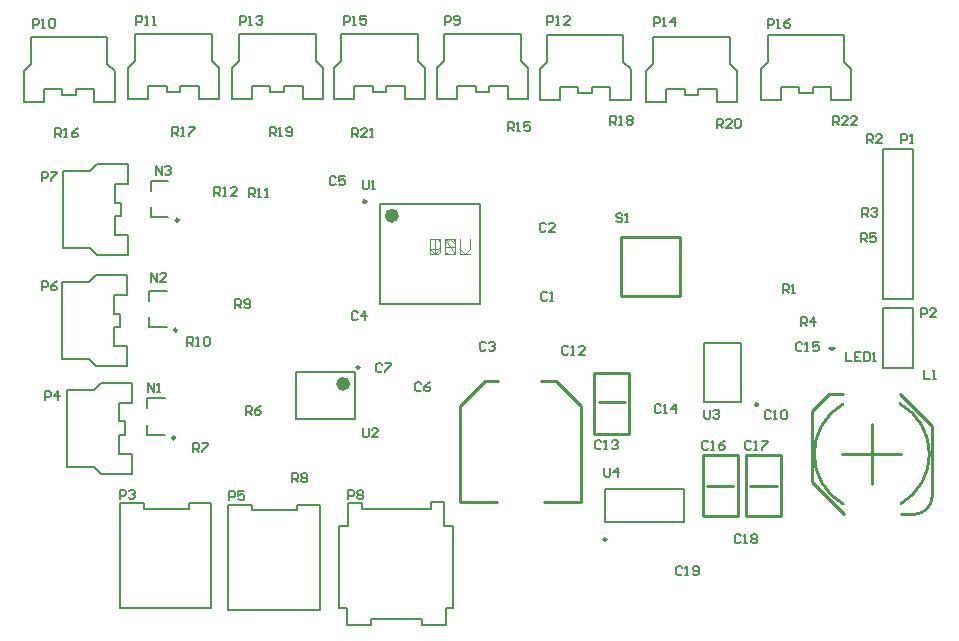
<source format=gto>
G04*
G04 #@! TF.GenerationSoftware,Altium Limited,Altium Designer,18.1.6 (161)*
G04*
G04 Layer_Color=65535*
%FSLAX25Y25*%
%MOIN*%
G70*
G01*
G75*
%ADD10C,0.00984*%
%ADD11C,0.02362*%
%ADD12C,0.01000*%
%ADD13C,0.00787*%
%ADD14C,0.00500*%
%ADD15C,0.00300*%
%ADD16C,0.00600*%
D10*
X139610Y256413D02*
G03*
X139610Y256413I-492J0D01*
G01*
X282207Y150000D02*
G03*
X282207Y150000I-492J0D01*
G01*
X199839Y207398D02*
G03*
X199839Y207398I-492J0D01*
G01*
X202063Y262669D02*
G03*
X202063Y262669I-492J0D01*
G01*
X332653Y194955D02*
G03*
X332653Y194955I-492J0D01*
G01*
X138394Y183913D02*
G03*
X138394Y183913I-492J0D01*
G01*
X139110Y219787D02*
G03*
X139110Y219787I-492J0D01*
G01*
D11*
X195587Y201886D02*
G03*
X195587Y201886I-1181J0D01*
G01*
X211807Y257945D02*
G03*
X211807Y257945I-1181J0D01*
G01*
D12*
X380321Y161897D02*
G03*
X380063Y195232I-9684J16593D01*
G01*
X384810Y158412D02*
G03*
X390716Y164318I0J5906D01*
G01*
X360991Y195106D02*
G03*
X361158Y161779I9646J-16615D01*
G01*
X287158Y250842D02*
X306842D01*
Y231157D02*
Y250842D01*
X287158Y231157D02*
X306842D01*
X287158D02*
Y250842D01*
X379889Y198570D02*
X390716Y187743D01*
X390716Y164318D01*
X350558Y169239D02*
X361385Y158412D01*
X350558Y169239D02*
X350558Y192664D01*
X356464Y198569D01*
X370637Y178491D02*
Y188333D01*
X360794Y178491D02*
X370637D01*
X370637Y168648D01*
X370637Y178491D02*
X380479Y178491D01*
X380491Y158412D02*
X384810Y158412D01*
X356464Y198569D02*
X360956Y198570D01*
X233216Y162434D02*
Y194434D01*
X241767Y202985D02*
X245991D01*
X233216Y194434D02*
X241767Y202985D01*
X265216D02*
X273767Y194434D01*
X260216Y202985D02*
X265216D01*
X273767Y162434D02*
Y194434D01*
X261267Y162434D02*
X273767D01*
X233216D02*
X245716D01*
X278165Y185273D02*
Y205627D01*
X289818D01*
X289818Y185273D01*
X278165D02*
X289818D01*
X279621Y195784D02*
X288440D01*
X330110Y167670D02*
X338929Y167670D01*
X328732Y178182D02*
X340386D01*
X328732Y157828D02*
X328732Y178182D01*
X328732Y157828D02*
X340386D01*
X340386Y178182D01*
X315672Y167679D02*
X324491D01*
X314294Y178191D02*
X325948D01*
X314294D02*
X314294Y157837D01*
X325948Y157837D01*
X325948Y178191D01*
D13*
X130260Y266256D02*
Y269602D01*
X136165D01*
X130260Y257398D02*
Y260744D01*
Y257398D02*
X136165D01*
X281715Y155905D02*
X308093D01*
X281715Y166929D02*
X308093D01*
X281715Y155905D02*
Y166929D01*
X308093Y155905D02*
Y166929D01*
X178657Y190075D02*
Y205823D01*
X198343Y190075D02*
Y205823D01*
X178657Y190075D02*
X198343Y190075D01*
X178657Y205823D02*
X198343D01*
X206689Y228417D02*
Y261882D01*
X240154Y228417D02*
Y261882D01*
X206689D02*
X240154D01*
X206689Y228417D02*
X240154D01*
X327141Y195762D02*
X327141Y215447D01*
X314543Y195762D02*
Y215447D01*
Y195762D02*
X327141D01*
X314543Y215447D02*
X327141D01*
X374500Y230000D02*
X384500D01*
X374500D02*
Y280000D01*
X384500Y230000D02*
Y280000D01*
X374500D02*
X384500D01*
X374500Y207289D02*
X384500D01*
X374500D02*
Y227289D01*
X384500D01*
Y207289D02*
Y227289D01*
X129043Y184898D02*
X134949D01*
X129043D02*
Y188244D01*
Y197102D02*
X134949D01*
X129043Y193756D02*
Y197102D01*
X129760Y229630D02*
Y232976D01*
X135665D01*
X129760Y220772D02*
Y224118D01*
Y220772D02*
X135665D01*
D14*
X200626Y160209D02*
X209736D01*
X214264D01*
X223626D01*
X196126Y154500D02*
Y162000D01*
X200626D01*
Y160209D02*
Y162000D01*
X223626Y160209D02*
Y162500D01*
X228126D01*
Y154500D02*
Y162500D01*
X193126Y154500D02*
X196126D01*
X193126Y127000D02*
Y154500D01*
X231126Y127000D02*
Y154500D01*
X228126D02*
X231126D01*
X228626Y121500D02*
Y127000D01*
X195626Y121500D02*
Y127000D01*
X193126D02*
X195626D01*
X228626D02*
X231126D01*
X220626Y121500D02*
Y123500D01*
X203626Y121500D02*
Y123500D01*
X220626D01*
Y121500D02*
X228626D01*
X195626D02*
X203626D01*
X361508Y309059D02*
Y318114D01*
Y309059D02*
X363870Y306697D01*
Y296461D02*
Y306697D01*
X335917Y309059D02*
Y318114D01*
X333555Y306697D02*
X335917Y309059D01*
Y318114D02*
X361508D01*
X357177Y296461D02*
X363870D01*
X357177D02*
Y300791D01*
X350976D02*
X357177D01*
X350976Y298665D02*
Y300791D01*
X346449Y298665D02*
X350976D01*
X346449D02*
Y300791D01*
X340248D02*
X346449D01*
X340248Y296461D02*
Y300791D01*
X333555Y296461D02*
X340248D01*
X333555D02*
Y306697D01*
X186626Y153709D02*
X186626Y161500D01*
X179126Y161500D02*
X186626Y161500D01*
X179126Y159709D02*
Y161500D01*
X173827Y159709D02*
X179126D01*
X169299D02*
X173827D01*
X164126D02*
X169299D01*
X164126D02*
Y161500D01*
X156126D02*
X164126D01*
X156126Y126500D02*
X186626D01*
Y153709D01*
X156126Y161500D02*
X156126Y154083D01*
Y126500D02*
Y154083D01*
X356366Y213992D02*
X357350Y213008D01*
X356366Y213992D02*
X358335D01*
X357350Y213008D02*
X358335Y213992D01*
X120000Y127000D02*
Y154583D01*
X120000Y162000D02*
X120000Y154583D01*
X150500Y127000D02*
Y154209D01*
X120000Y127000D02*
X150500D01*
X120000Y162000D02*
X128000D01*
Y160209D02*
Y162000D01*
Y160209D02*
X133173D01*
X137701D01*
X143000D01*
Y162000D01*
X150500Y162000D01*
X150500Y154209D02*
X150500Y162000D01*
X102224Y199858D02*
X111279D01*
X113642Y202221D01*
X123878D01*
X102224Y174268D02*
X111279D01*
X113642Y171906D01*
X102224Y174268D02*
Y199858D01*
X123878Y195528D02*
Y202221D01*
X119547Y195528D02*
X123878D01*
X119547Y189327D02*
Y195528D01*
Y189327D02*
X121673D01*
Y184799D02*
Y189327D01*
X119547Y184799D02*
X121673D01*
X119547Y178598D02*
Y184799D01*
Y178598D02*
X123878D01*
Y171906D02*
Y178598D01*
X113642Y171906D02*
X123878D01*
X100724Y235732D02*
X109780D01*
X112142Y238094D01*
X122378D01*
X100724Y210142D02*
X109780D01*
X112142Y207780D01*
X100724Y210142D02*
Y235732D01*
X122378Y231402D02*
Y238094D01*
X118047Y231402D02*
X122378D01*
X118047Y225201D02*
Y231402D01*
Y225201D02*
X120173D01*
Y220673D02*
Y225201D01*
X118047Y220673D02*
X120173D01*
X118047Y214472D02*
Y220673D01*
Y214472D02*
X122378D01*
Y207780D02*
Y214472D01*
X112142Y207780D02*
X122378D01*
X100886Y272732D02*
X109941D01*
X112303Y275095D01*
X122539D01*
X100886Y247142D02*
X109941D01*
X112303Y244779D01*
X100886Y247142D02*
Y272732D01*
X122539Y268402D02*
Y275095D01*
X118209Y268402D02*
X122539D01*
X118209Y262201D02*
Y268402D01*
Y262201D02*
X120335D01*
Y257673D02*
Y262201D01*
X118209Y257673D02*
X120335D01*
X118209Y251472D02*
Y257673D01*
Y251472D02*
X122539D01*
Y244779D02*
Y251472D01*
X112303Y244779D02*
X122539D01*
X253732Y309559D02*
Y318614D01*
Y309559D02*
X256095Y307197D01*
Y296961D02*
Y307197D01*
X228142Y309559D02*
Y318614D01*
X225780Y307197D02*
X228142Y309559D01*
Y318614D02*
X253732D01*
X249402Y296961D02*
X256095D01*
X249402D02*
Y301291D01*
X243201D02*
X249402D01*
X243201Y299165D02*
Y301291D01*
X238673Y299165D02*
X243201D01*
X238673D02*
Y301291D01*
X232472D02*
X238673D01*
X232472Y296961D02*
Y301291D01*
X225780Y296961D02*
X232472D01*
X225780D02*
Y307197D01*
X115858Y308559D02*
Y317614D01*
Y308559D02*
X118220Y306197D01*
Y295961D02*
Y306197D01*
X90268Y308559D02*
Y317614D01*
X87906Y306197D02*
X90268Y308559D01*
Y317614D02*
X115858D01*
X111528Y295961D02*
X118220D01*
X111528D02*
Y300291D01*
X105327D02*
X111528D01*
X105327Y298165D02*
Y300291D01*
X100799Y298165D02*
X105327D01*
X100799D02*
Y300291D01*
X94598D02*
X100799D01*
X94598Y295961D02*
Y300291D01*
X87906Y295961D02*
X94598D01*
X87906D02*
Y306197D01*
X150732Y309559D02*
Y318614D01*
Y309559D02*
X153094Y307197D01*
Y296961D02*
Y307197D01*
X125142Y309559D02*
Y318614D01*
X122780Y307197D02*
X125142Y309559D01*
Y318614D02*
X150732D01*
X146402Y296961D02*
X153094D01*
X146402D02*
Y301291D01*
X140201D02*
X146402D01*
X140201Y299165D02*
Y301291D01*
X135673Y299165D02*
X140201D01*
X135673D02*
Y301291D01*
X129472D02*
X135673D01*
X129472Y296961D02*
Y301291D01*
X122780Y296961D02*
X129472D01*
X122780D02*
Y307197D01*
X287858Y309059D02*
Y318114D01*
Y309059D02*
X290220Y306697D01*
Y296461D02*
Y306697D01*
X262268Y309059D02*
Y318114D01*
X259906Y306697D02*
X262268Y309059D01*
Y318114D02*
X287858D01*
X283528Y296461D02*
X290220D01*
X283528D02*
Y300791D01*
X277327D02*
X283528D01*
X277327Y298665D02*
Y300791D01*
X272799Y298665D02*
X277327D01*
X272799D02*
Y300791D01*
X266598D02*
X272799D01*
X266598Y296461D02*
Y300791D01*
X259906Y296461D02*
X266598D01*
X259906D02*
Y306697D01*
X185232Y309559D02*
Y318614D01*
Y309559D02*
X187594Y307197D01*
Y296961D02*
Y307197D01*
X159642Y309559D02*
Y318614D01*
X157280Y307197D02*
X159642Y309559D01*
Y318614D02*
X185232D01*
X180902Y296961D02*
X187594D01*
X180902D02*
Y301291D01*
X174701D02*
X180902D01*
X174701Y299165D02*
Y301291D01*
X170173Y299165D02*
X174701D01*
X170173D02*
Y301291D01*
X163972D02*
X170173D01*
X163972Y296961D02*
Y301291D01*
X157280Y296961D02*
X163972D01*
X157280D02*
Y307197D01*
X323358Y308559D02*
Y317614D01*
Y308559D02*
X325721Y306197D01*
Y295961D02*
Y306197D01*
X297768Y308559D02*
Y317614D01*
X295406Y306197D02*
X297768Y308559D01*
Y317614D02*
X323358D01*
X319028Y295961D02*
X325721D01*
X319028D02*
Y300291D01*
X312827D02*
X319028D01*
X312827Y298165D02*
Y300291D01*
X308299Y298165D02*
X312827D01*
X308299D02*
Y300291D01*
X302098D02*
X308299D01*
X302098Y295961D02*
Y300291D01*
X295406Y295961D02*
X302098D01*
X295406D02*
Y306197D01*
X219358Y309559D02*
Y318614D01*
Y309559D02*
X221721Y307197D01*
Y296961D02*
Y307197D01*
X193768Y309559D02*
Y318614D01*
X191405Y307197D02*
X193768Y309559D01*
Y318614D02*
X219358D01*
X215028Y296961D02*
X221721D01*
X215028D02*
Y301291D01*
X208827D02*
X215028D01*
X208827Y299165D02*
Y301291D01*
X204299Y299165D02*
X208827D01*
X204299D02*
Y301291D01*
X198098D02*
X204299D01*
X198098Y296961D02*
Y301291D01*
X191405Y296961D02*
X198098D01*
X191405D02*
Y307197D01*
X132000Y271500D02*
Y274499D01*
X133999Y271500D01*
Y274499D01*
X134999Y273999D02*
X135499Y274499D01*
X136499D01*
X136998Y273999D01*
Y273499D01*
X136499Y273000D01*
X135999D01*
X136499D01*
X136998Y272500D01*
Y272000D01*
X136499Y271500D01*
X135499D01*
X134999Y272000D01*
X281404Y173916D02*
Y171417D01*
X281904Y170917D01*
X282904D01*
X283403Y171417D01*
Y173916D01*
X285903Y170917D02*
Y173916D01*
X284403Y172417D01*
X286403D01*
X201000Y187030D02*
Y184531D01*
X201500Y184031D01*
X202500D01*
X202999Y184531D01*
Y187030D01*
X205998Y184031D02*
X203999D01*
X205998Y186031D01*
Y186531D01*
X205499Y187030D01*
X204499D01*
X203999Y186531D01*
X287499Y258318D02*
X287000Y258818D01*
X286000D01*
X285500Y258318D01*
Y257818D01*
X286000Y257318D01*
X287000D01*
X287499Y256818D01*
Y256318D01*
X287000Y255819D01*
X286000D01*
X285500Y256318D01*
X288499Y255819D02*
X289499D01*
X288999D01*
Y258818D01*
X288499Y258318D01*
X201000Y269739D02*
Y267240D01*
X201500Y266740D01*
X202500D01*
X202999Y267240D01*
Y269739D01*
X203999Y266740D02*
X204999D01*
X204499D01*
Y269739D01*
X203999Y269239D01*
X388000Y206579D02*
Y203580D01*
X389999D01*
X390999D02*
X391999D01*
X391499D01*
Y206579D01*
X390999Y206080D01*
X196126Y163419D02*
Y166418D01*
X197626D01*
X198125Y165918D01*
Y164918D01*
X197626Y164418D01*
X196126D01*
X199125Y165918D02*
X199625Y166418D01*
X200624D01*
X201124Y165918D01*
Y165418D01*
X200624Y164918D01*
X201124Y164418D01*
Y163918D01*
X200624Y163419D01*
X199625D01*
X199125Y163918D01*
Y164418D01*
X199625Y164918D01*
X199125Y165418D01*
Y165918D01*
X199625Y164918D02*
X200624D01*
X336000Y320500D02*
Y323499D01*
X337499D01*
X337999Y322999D01*
Y322000D01*
X337499Y321500D01*
X336000D01*
X338999Y320500D02*
X339999D01*
X339499D01*
Y323499D01*
X338999Y322999D01*
X343498Y323499D02*
X342498Y322999D01*
X341498Y322000D01*
Y321000D01*
X341998Y320500D01*
X342998D01*
X343498Y321000D01*
Y321500D01*
X342998Y322000D01*
X341498D01*
X156500Y163000D02*
Y165999D01*
X158000D01*
X158499Y165499D01*
Y164499D01*
X158000Y164000D01*
X156500D01*
X161498Y165999D02*
X159499D01*
Y164499D01*
X160499Y164999D01*
X160999D01*
X161498Y164499D01*
Y163500D01*
X160999Y163000D01*
X159999D01*
X159499Y163500D01*
X314854Y193188D02*
Y190689D01*
X315353Y190189D01*
X316353D01*
X316853Y190689D01*
Y193188D01*
X317853Y192688D02*
X318352Y193188D01*
X319352D01*
X319852Y192688D01*
Y192188D01*
X319352Y191688D01*
X318852D01*
X319352D01*
X319852Y191189D01*
Y190689D01*
X319352Y190189D01*
X318352D01*
X317853Y190689D01*
X362000Y212367D02*
Y209368D01*
X363999D01*
X366998Y212367D02*
X364999D01*
Y209368D01*
X366998D01*
X364999Y210868D02*
X365999D01*
X367998Y212367D02*
Y209368D01*
X369498D01*
X369997Y209868D01*
Y211867D01*
X369498Y212367D01*
X367998D01*
X370997Y209368D02*
X371997D01*
X371497D01*
Y212367D01*
X370997Y211867D01*
X380500Y282000D02*
Y284999D01*
X381999D01*
X382499Y284499D01*
Y283500D01*
X381999Y283000D01*
X380500D01*
X383499Y282000D02*
X384499D01*
X383999D01*
Y284999D01*
X383499Y284499D01*
X387000Y224000D02*
Y226999D01*
X388499D01*
X388999Y226499D01*
Y225500D01*
X388499Y225000D01*
X387000D01*
X391998Y224000D02*
X389999D01*
X391998Y225999D01*
Y226499D01*
X391498Y226999D01*
X390499D01*
X389999Y226499D01*
X269499Y213999D02*
X269000Y214499D01*
X268000D01*
X267500Y213999D01*
Y212000D01*
X268000Y211500D01*
X269000D01*
X269499Y212000D01*
X270499Y211500D02*
X271499D01*
X270999D01*
Y214499D01*
X270499Y213999D01*
X274998Y211500D02*
X272998D01*
X274998Y213499D01*
Y213999D01*
X274498Y214499D01*
X273498D01*
X272998Y213999D01*
X307499Y140499D02*
X306999Y140999D01*
X306000D01*
X305500Y140499D01*
Y138500D01*
X306000Y138000D01*
X306999D01*
X307499Y138500D01*
X308499Y138000D02*
X309499D01*
X308999D01*
Y140999D01*
X308499Y140499D01*
X310998Y138500D02*
X311498Y138000D01*
X312498D01*
X312998Y138500D01*
Y140499D01*
X312498Y140999D01*
X311498D01*
X310998Y140499D01*
Y139999D01*
X311498Y139499D01*
X312998D01*
X280499Y182499D02*
X279999Y182999D01*
X279000D01*
X278500Y182499D01*
Y180500D01*
X279000Y180000D01*
X279999D01*
X280499Y180500D01*
X281499Y180000D02*
X282499D01*
X281999D01*
Y182999D01*
X281499Y182499D01*
X283998D02*
X284498Y182999D01*
X285498D01*
X285998Y182499D01*
Y181999D01*
X285498Y181500D01*
X284998D01*
X285498D01*
X285998Y181000D01*
Y180500D01*
X285498Y180000D01*
X284498D01*
X283998Y180500D01*
X262389Y232002D02*
X261890Y232502D01*
X260890D01*
X260390Y232002D01*
Y230003D01*
X260890Y229503D01*
X261890D01*
X262389Y230003D01*
X263389Y229503D02*
X264389D01*
X263889D01*
Y232502D01*
X263389Y232002D01*
X261999Y254999D02*
X261500Y255499D01*
X260500D01*
X260000Y254999D01*
Y253000D01*
X260500Y252500D01*
X261500D01*
X261999Y253000D01*
X264998Y252500D02*
X262999D01*
X264998Y254499D01*
Y254999D01*
X264498Y255499D01*
X263499D01*
X262999Y254999D01*
X241999Y215459D02*
X241499Y215958D01*
X240500D01*
X240000Y215459D01*
Y213459D01*
X240500Y212959D01*
X241499D01*
X241999Y213459D01*
X242999Y215459D02*
X243499Y215958D01*
X244498D01*
X244998Y215459D01*
Y214959D01*
X244498Y214459D01*
X243999D01*
X244498D01*
X244998Y213959D01*
Y213459D01*
X244498Y212959D01*
X243499D01*
X242999Y213459D01*
X199353Y225649D02*
X198853Y226149D01*
X197853D01*
X197354Y225649D01*
Y223649D01*
X197853Y223150D01*
X198853D01*
X199353Y223649D01*
X201852Y223150D02*
Y226149D01*
X200353Y224649D01*
X202352D01*
X191999Y270499D02*
X191499Y270999D01*
X190500D01*
X190000Y270499D01*
Y268500D01*
X190500Y268000D01*
X191499D01*
X191999Y268500D01*
X194998Y270999D02*
X192999D01*
Y269499D01*
X193999Y269999D01*
X194499D01*
X194998Y269499D01*
Y268500D01*
X194499Y268000D01*
X193499D01*
X192999Y268500D01*
X220499Y201949D02*
X220000Y202449D01*
X219000D01*
X218500Y201949D01*
Y199950D01*
X219000Y199450D01*
X220000D01*
X220499Y199950D01*
X223498Y202449D02*
X222499Y201949D01*
X221499Y200949D01*
Y199950D01*
X221999Y199450D01*
X222998D01*
X223498Y199950D01*
Y200449D01*
X222998Y200949D01*
X221499D01*
X207499Y208208D02*
X206999Y208708D01*
X206000D01*
X205500Y208208D01*
Y206209D01*
X206000Y205709D01*
X206999D01*
X207499Y206209D01*
X208499Y208708D02*
X210498D01*
Y208208D01*
X208499Y206209D01*
Y205709D01*
X129500Y199000D02*
Y201999D01*
X131499Y199000D01*
Y201999D01*
X132499Y199000D02*
X133499D01*
X132999D01*
Y201999D01*
X132499Y201499D01*
X130500Y235874D02*
Y238873D01*
X132499Y235874D01*
Y238873D01*
X135498Y235874D02*
X133499D01*
X135498Y237873D01*
Y238373D01*
X134999Y238873D01*
X133999D01*
X133499Y238373D01*
X120000Y163500D02*
Y166499D01*
X121500D01*
X121999Y165999D01*
Y164999D01*
X121500Y164500D01*
X120000D01*
X122999Y165999D02*
X123499Y166499D01*
X124499D01*
X124998Y165999D01*
Y165499D01*
X124499Y164999D01*
X123999D01*
X124499D01*
X124998Y164500D01*
Y164000D01*
X124499Y163500D01*
X123499D01*
X122999Y164000D01*
X95000Y196455D02*
Y199454D01*
X96500D01*
X96999Y198954D01*
Y197955D01*
X96500Y197455D01*
X95000D01*
X99499Y196455D02*
Y199454D01*
X97999Y197955D01*
X99998D01*
X94000Y233000D02*
Y235999D01*
X95499D01*
X95999Y235499D01*
Y234500D01*
X95499Y234000D01*
X94000D01*
X98998Y235999D02*
X97999Y235499D01*
X96999Y234500D01*
Y233500D01*
X97499Y233000D01*
X98499D01*
X98998Y233500D01*
Y234000D01*
X98499Y234500D01*
X96999D01*
X94000Y269500D02*
Y272499D01*
X95499D01*
X95999Y271999D01*
Y271000D01*
X95499Y270500D01*
X94000D01*
X96999Y272499D02*
X98998D01*
Y271999D01*
X96999Y270000D01*
Y269500D01*
X125500Y321500D02*
Y324499D01*
X126999D01*
X127499Y323999D01*
Y323000D01*
X126999Y322500D01*
X125500D01*
X128499Y321500D02*
X129499D01*
X128999D01*
Y324499D01*
X128499Y323999D01*
X130998Y321500D02*
X131998D01*
X131498D01*
Y324499D01*
X130998Y323999D01*
X160000Y321500D02*
Y324499D01*
X161500D01*
X161999Y323999D01*
Y323000D01*
X161500Y322500D01*
X160000D01*
X162999Y321500D02*
X163999D01*
X163499D01*
Y324499D01*
X162999Y323999D01*
X165498D02*
X165998Y324499D01*
X166998D01*
X167498Y323999D01*
Y323499D01*
X166998Y323000D01*
X166498D01*
X166998D01*
X167498Y322500D01*
Y322000D01*
X166998Y321500D01*
X165998D01*
X165498Y322000D01*
X298000Y321000D02*
Y323999D01*
X299500D01*
X299999Y323499D01*
Y322499D01*
X299500Y322000D01*
X298000D01*
X300999Y321000D02*
X301999D01*
X301499D01*
Y323999D01*
X300999Y323499D01*
X304998Y321000D02*
Y323999D01*
X303498Y322499D01*
X305498D01*
X194574Y321500D02*
Y324499D01*
X196073D01*
X196573Y323999D01*
Y323000D01*
X196073Y322500D01*
X194574D01*
X197573Y321500D02*
X198572D01*
X198073D01*
Y324499D01*
X197573Y323999D01*
X202071Y324499D02*
X200072D01*
Y323000D01*
X201072Y323499D01*
X201571D01*
X202071Y323000D01*
Y322000D01*
X201571Y321500D01*
X200572D01*
X200072Y322000D01*
X341000Y232008D02*
Y235007D01*
X342499D01*
X342999Y234507D01*
Y233507D01*
X342499Y233007D01*
X341000D01*
X342000D02*
X342999Y232008D01*
X343999D02*
X344999D01*
X344499D01*
Y235007D01*
X343999Y234507D01*
X369000Y282000D02*
Y284999D01*
X370499D01*
X370999Y284499D01*
Y283500D01*
X370499Y283000D01*
X369000D01*
X370000D02*
X370999Y282000D01*
X373998D02*
X371999D01*
X373998Y283999D01*
Y284499D01*
X373499Y284999D01*
X372499D01*
X371999Y284499D01*
X346906Y221000D02*
Y223999D01*
X348406D01*
X348905Y223499D01*
Y222499D01*
X348406Y222000D01*
X346906D01*
X347906D02*
X348905Y221000D01*
X351405D02*
Y223999D01*
X349905Y222499D01*
X351905D01*
X367000Y249000D02*
Y251999D01*
X368499D01*
X368999Y251499D01*
Y250500D01*
X368499Y250000D01*
X367000D01*
X368000D02*
X368999Y249000D01*
X371998Y251999D02*
X369999D01*
Y250500D01*
X370999Y250999D01*
X371498D01*
X371998Y250500D01*
Y249500D01*
X371498Y249000D01*
X370499D01*
X369999Y249500D01*
X162000Y191500D02*
Y194499D01*
X163499D01*
X163999Y193999D01*
Y192999D01*
X163499Y192500D01*
X162000D01*
X163000D02*
X163999Y191500D01*
X166998Y194499D02*
X165999Y193999D01*
X164999Y192999D01*
Y192000D01*
X165499Y191500D01*
X166499D01*
X166998Y192000D01*
Y192500D01*
X166499Y192999D01*
X164999D01*
X144500Y179015D02*
Y182013D01*
X146000D01*
X146499Y181514D01*
Y180514D01*
X146000Y180014D01*
X144500D01*
X145500D02*
X146499Y179015D01*
X147499Y182013D02*
X149498D01*
Y181514D01*
X147499Y179514D01*
Y179015D01*
X177391Y169116D02*
Y172116D01*
X178891D01*
X179391Y171616D01*
Y170616D01*
X178891Y170116D01*
X177391D01*
X178391D02*
X179391Y169116D01*
X180390Y171616D02*
X180890Y172116D01*
X181890D01*
X182390Y171616D01*
Y171116D01*
X181890Y170616D01*
X182390Y170116D01*
Y169616D01*
X181890Y169116D01*
X180890D01*
X180390Y169616D01*
Y170116D01*
X180890Y170616D01*
X180390Y171116D01*
Y171616D01*
X180890Y170616D02*
X181890D01*
X158500Y227104D02*
Y230103D01*
X160000D01*
X160499Y229603D01*
Y228604D01*
X160000Y228104D01*
X158500D01*
X159500D02*
X160499Y227104D01*
X161499Y227604D02*
X161999Y227104D01*
X162999D01*
X163498Y227604D01*
Y229603D01*
X162999Y230103D01*
X161999D01*
X161499Y229603D01*
Y229103D01*
X161999Y228604D01*
X163498D01*
X142500Y214581D02*
Y217581D01*
X144000D01*
X144499Y217081D01*
Y216081D01*
X144000Y215581D01*
X142500D01*
X143500D02*
X144499Y214581D01*
X145499D02*
X146499D01*
X145999D01*
Y217581D01*
X145499Y217081D01*
X147998D02*
X148498Y217581D01*
X149498D01*
X149998Y217081D01*
Y215081D01*
X149498Y214581D01*
X148498D01*
X147998Y215081D01*
Y217081D01*
X163000Y264047D02*
Y267046D01*
X164499D01*
X164999Y266546D01*
Y265547D01*
X164499Y265047D01*
X163000D01*
X164000D02*
X164999Y264047D01*
X165999D02*
X166999D01*
X166499D01*
Y267046D01*
X165999Y266546D01*
X168498Y264047D02*
X169498D01*
X168998D01*
Y267046D01*
X168498Y266546D01*
X151500Y264500D02*
Y267499D01*
X152999D01*
X153499Y266999D01*
Y266000D01*
X152999Y265500D01*
X151500D01*
X152500D02*
X153499Y264500D01*
X154499D02*
X155499D01*
X154999D01*
Y267499D01*
X154499Y266999D01*
X158998Y264500D02*
X156998D01*
X158998Y266499D01*
Y266999D01*
X158498Y267499D01*
X157498D01*
X156998Y266999D01*
X137500Y284500D02*
Y287499D01*
X138999D01*
X139499Y286999D01*
Y285999D01*
X138999Y285500D01*
X137500D01*
X138500D02*
X139499Y284500D01*
X140499D02*
X141499D01*
X140999D01*
Y287499D01*
X140499Y286999D01*
X142998Y287499D02*
X144998D01*
Y286999D01*
X142998Y285000D01*
Y284500D01*
X283500Y288283D02*
Y291282D01*
X284999D01*
X285499Y290782D01*
Y289783D01*
X284999Y289283D01*
X283500D01*
X284500D02*
X285499Y288283D01*
X286499D02*
X287499D01*
X286999D01*
Y291282D01*
X286499Y290782D01*
X288998D02*
X289498Y291282D01*
X290498D01*
X290998Y290782D01*
Y290283D01*
X290498Y289783D01*
X290998Y289283D01*
Y288783D01*
X290498Y288283D01*
X289498D01*
X288998Y288783D01*
Y289283D01*
X289498Y289783D01*
X288998Y290283D01*
Y290782D01*
X289498Y289783D02*
X290498D01*
X170000Y284491D02*
Y287490D01*
X171500D01*
X171999Y286990D01*
Y285991D01*
X171500Y285491D01*
X170000D01*
X171000D02*
X171999Y284491D01*
X172999D02*
X173999D01*
X173499D01*
Y287490D01*
X172999Y286990D01*
X175498Y284991D02*
X175998Y284491D01*
X176998D01*
X177498Y284991D01*
Y286990D01*
X176998Y287490D01*
X175998D01*
X175498Y286990D01*
Y286491D01*
X175998Y285991D01*
X177498D01*
X319000Y287218D02*
Y290217D01*
X320499D01*
X320999Y289717D01*
Y288717D01*
X320499Y288217D01*
X319000D01*
X320000D02*
X320999Y287218D01*
X323998D02*
X321999D01*
X323998Y289217D01*
Y289717D01*
X323499Y290217D01*
X322499D01*
X321999Y289717D01*
X324998D02*
X325498Y290217D01*
X326498D01*
X326997Y289717D01*
Y287718D01*
X326498Y287218D01*
X325498D01*
X324998Y287718D01*
Y289717D01*
X197398Y284029D02*
Y287028D01*
X198898D01*
X199398Y286529D01*
Y285529D01*
X198898Y285029D01*
X197398D01*
X198398D02*
X199398Y284029D01*
X202397D02*
X200397D01*
X202397Y286029D01*
Y286529D01*
X201897Y287028D01*
X200897D01*
X200397Y286529D01*
X203396Y284029D02*
X204396D01*
X203896D01*
Y287028D01*
X203396Y286529D01*
X357609Y288000D02*
Y290999D01*
X359109D01*
X359609Y290499D01*
Y289499D01*
X359109Y289000D01*
X357609D01*
X358609D02*
X359609Y288000D01*
X362608D02*
X360608D01*
X362608Y289999D01*
Y290499D01*
X362108Y290999D01*
X361108D01*
X360608Y290499D01*
X365607Y288000D02*
X363607D01*
X365607Y289999D01*
Y290499D01*
X365107Y290999D01*
X364107D01*
X363607Y290499D01*
X330499Y182428D02*
X329999Y182927D01*
X329000D01*
X328500Y182428D01*
Y180428D01*
X329000Y179928D01*
X329999D01*
X330499Y180428D01*
X331499Y179928D02*
X332499D01*
X331999D01*
Y182927D01*
X331499Y182428D01*
X333998Y182927D02*
X335998D01*
Y182428D01*
X333998Y180428D01*
Y179928D01*
X316149Y182471D02*
X315649Y182971D01*
X314649D01*
X314150Y182471D01*
Y180472D01*
X314649Y179972D01*
X315649D01*
X316149Y180472D01*
X317149Y179972D02*
X318148D01*
X317649D01*
Y182971D01*
X317149Y182471D01*
X321647Y182971D02*
X320648Y182471D01*
X319648Y181471D01*
Y180472D01*
X320148Y179972D01*
X321147D01*
X321647Y180472D01*
Y180972D01*
X321147Y181471D01*
X319648D01*
X347499Y215187D02*
X347000Y215687D01*
X346000D01*
X345500Y215187D01*
Y213188D01*
X346000Y212688D01*
X347000D01*
X347499Y213188D01*
X348499Y212688D02*
X349499D01*
X348999D01*
Y215687D01*
X348499Y215187D01*
X352998Y215687D02*
X350998D01*
Y214188D01*
X351998Y214687D01*
X352498D01*
X352998Y214188D01*
Y213188D01*
X352498Y212688D01*
X351498D01*
X350998Y213188D01*
X300255Y194499D02*
X299755Y194999D01*
X298755D01*
X298255Y194499D01*
Y192500D01*
X298755Y192000D01*
X299755D01*
X300255Y192500D01*
X301255Y192000D02*
X302254D01*
X301754D01*
Y194999D01*
X301255Y194499D01*
X305253Y192000D02*
Y194999D01*
X303754Y193500D01*
X305753D01*
X336895Y192499D02*
X336396Y192999D01*
X335396D01*
X334896Y192499D01*
Y190500D01*
X335396Y190000D01*
X336396D01*
X336895Y190500D01*
X337895Y190000D02*
X338895D01*
X338395D01*
Y192999D01*
X337895Y192499D01*
X340394D02*
X340894Y192999D01*
X341894D01*
X342394Y192499D01*
Y190500D01*
X341894Y190000D01*
X340894D01*
X340394Y190500D01*
Y192499D01*
X326999Y151189D02*
X326500Y151689D01*
X325500D01*
X325000Y151189D01*
Y149190D01*
X325500Y148690D01*
X326500D01*
X326999Y149190D01*
X327999Y148690D02*
X328999D01*
X328499D01*
Y151689D01*
X327999Y151189D01*
X330498D02*
X330998Y151689D01*
X331998D01*
X332498Y151189D01*
Y150689D01*
X331998Y150190D01*
X332498Y149690D01*
Y149190D01*
X331998Y148690D01*
X330998D01*
X330498Y149190D01*
Y149690D01*
X330998Y150190D01*
X330498Y150689D01*
Y151189D01*
X330998Y150190D02*
X331998D01*
D15*
X223421Y250148D02*
Y245150D01*
X225920D01*
X226753Y245983D01*
Y249315D01*
X225920Y250148D01*
X223421D01*
X231752D02*
X228420D01*
Y245150D01*
X231752D01*
X228420Y247649D02*
X230086D01*
X233418Y250148D02*
Y246816D01*
X235084Y245150D01*
X236750Y246816D01*
Y250148D01*
X223421Y245150D02*
Y250148D01*
X225920D01*
X226753Y249315D01*
Y247649D01*
X225920Y246816D01*
X223421D01*
X228420Y245150D02*
Y250148D01*
X231752Y245150D01*
Y250148D01*
X223421D02*
Y246816D01*
X225087Y245150D01*
X226753Y246816D01*
Y250148D01*
X228420Y245150D02*
Y248482D01*
X230086Y250148D01*
X231752Y248482D01*
Y245150D01*
Y247649D01*
X228420D01*
X233418Y250148D02*
Y245150D01*
X236750D01*
X223421Y250148D02*
X226753D01*
X225087D01*
Y245150D01*
X230919Y250148D02*
X229253D01*
X228420Y249315D01*
Y245983D01*
X229253Y245150D01*
X230919D01*
X231752Y245983D01*
Y249315D01*
X230919Y250148D01*
X233418D02*
Y245150D01*
X236750D01*
D16*
X228343Y321500D02*
Y324499D01*
X229842D01*
X230342Y323999D01*
Y323000D01*
X229842Y322500D01*
X228343D01*
X231342Y322000D02*
X231841Y321500D01*
X232841D01*
X233341Y322000D01*
Y323999D01*
X232841Y324499D01*
X231841D01*
X231342Y323999D01*
Y323499D01*
X231841Y323000D01*
X233341D01*
X91000Y320500D02*
Y323499D01*
X92500D01*
X92999Y322999D01*
Y322000D01*
X92500Y321500D01*
X91000D01*
X93999Y320500D02*
X94999D01*
X94499D01*
Y323499D01*
X93999Y322999D01*
X96498D02*
X96998Y323499D01*
X97998D01*
X98498Y322999D01*
Y321000D01*
X97998Y320500D01*
X96998D01*
X96498Y321000D01*
Y322999D01*
X262500Y321500D02*
Y324499D01*
X264000D01*
X264499Y323999D01*
Y323000D01*
X264000Y322500D01*
X262500D01*
X265499Y321500D02*
X266499D01*
X265999D01*
Y324499D01*
X265499Y323999D01*
X269998Y321500D02*
X267998D01*
X269998Y323499D01*
Y323999D01*
X269498Y324499D01*
X268498D01*
X267998Y323999D01*
X367500Y257500D02*
Y260499D01*
X369000D01*
X369499Y259999D01*
Y258999D01*
X369000Y258500D01*
X367500D01*
X368500D02*
X369499Y257500D01*
X370499Y259999D02*
X370999Y260499D01*
X371999D01*
X372498Y259999D01*
Y259499D01*
X371999Y258999D01*
X371499D01*
X371999D01*
X372498Y258500D01*
Y258000D01*
X371999Y257500D01*
X370999D01*
X370499Y258000D01*
X249371Y286000D02*
Y288999D01*
X250871D01*
X251371Y288499D01*
Y287499D01*
X250871Y287000D01*
X249371D01*
X250371D02*
X251371Y286000D01*
X252370D02*
X253370D01*
X252870D01*
Y288999D01*
X252370Y288499D01*
X256869Y288999D02*
X254869D01*
Y287499D01*
X255869Y287999D01*
X256369D01*
X256869Y287499D01*
Y286500D01*
X256369Y286000D01*
X255369D01*
X254869Y286500D01*
X98500Y284000D02*
Y286999D01*
X99999D01*
X100499Y286499D01*
Y285500D01*
X99999Y285000D01*
X98500D01*
X99500D02*
X100499Y284000D01*
X101499D02*
X102499D01*
X101999D01*
Y286999D01*
X101499Y286499D01*
X105998Y286999D02*
X104998Y286499D01*
X103998Y285500D01*
Y284500D01*
X104498Y284000D01*
X105498D01*
X105998Y284500D01*
Y285000D01*
X105498Y285500D01*
X103998D01*
M02*

</source>
